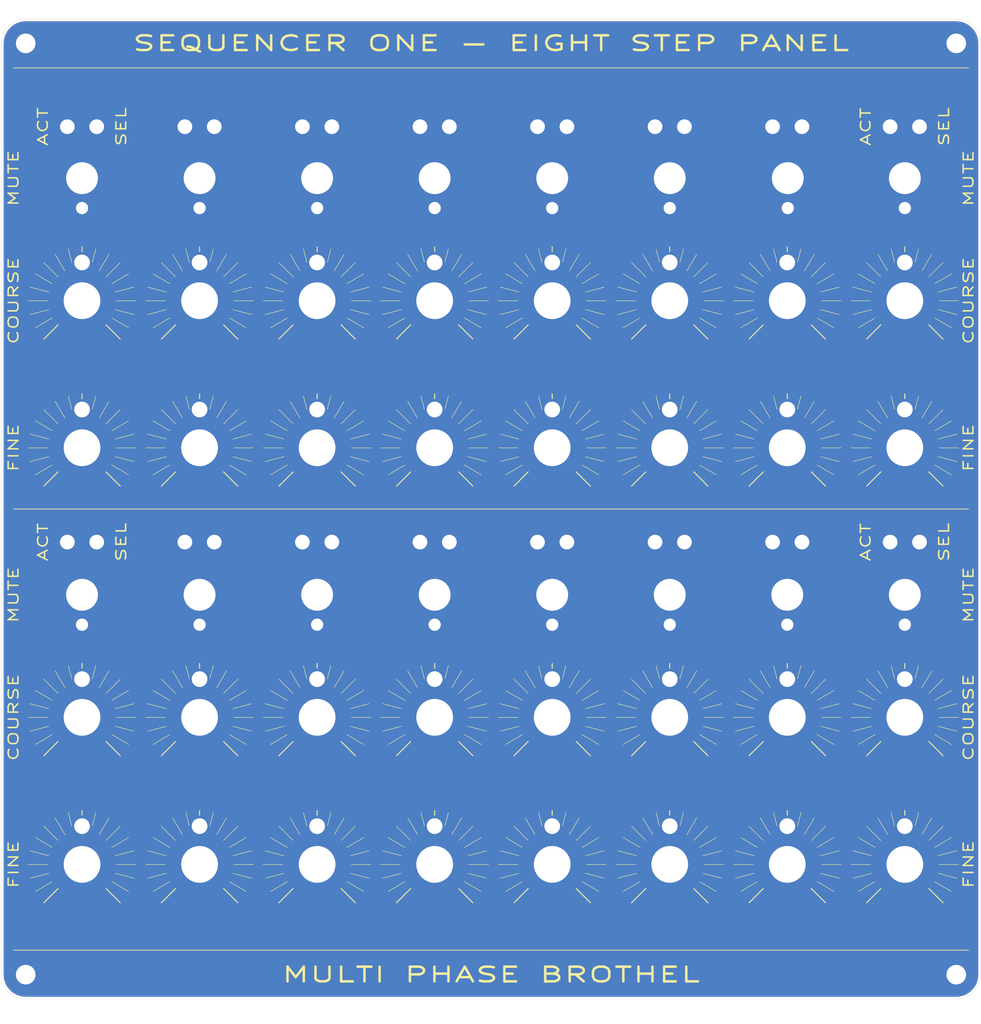
<source format=kicad_pcb>
(kicad_pcb (version 20211014) (generator pcbnew)
  (title_block (title "Sequencer One - Eight Step Panel") (date "2024-01-18") (rev "v1") (company "Multi Phase Brothel"))
  (layers (0 "F.Cu" signal) (31 "B.Cu" signal) (34 "B.Paste" user) (35 "F.Paste" user) (36 "B.SilkS" user "B.Silkscreen") (37 "F.SilkS" user "F.Silkscreen") (38 "B.Mask" user) (39 "F.Mask" user) (44 "Edge.Cuts" user))
  (net 0 "")
  (net 1 "GND")
  (footprint "kosmo-panel:3mm LED Bare Hole" (layer "F.Cu") (at 175.5 57)
    (fp_text reference "REF**")
    (fp_text value "3mm LED Bare Hole")
    (pad "" thru_hole circle (at 0 0) (size 4 4) (drill 3) (layers *.Cu *.Mask) (net 1 "GND"))
  )
  (footprint "kosmo-panel:Miniature Toggle Switch" (layer "F.Cu") (at 76.5 152.5)
    (fp_text reference "REF**")
    (fp_text value "Miniature Toggle Switch")
    (pad "" thru_hole circle (at 0 0) (size 10.5 10.5) (drill 6.5) (layers *.Cu *.Mask) (net 1 "GND"))
    (pad "" thru_hole circle (at 0 6.1) (size 4 4) (drill 2.5) (layers *.Cu *.Mask) (net 1 "GND"))
  )
  (footprint "kosmo-panel:3mm LED Bare Hole" (layer "F.Cu") (at 121.5 141.75)
    (fp_text reference "REF**")
    (fp_text value "3mm LED Bare Hole")
    (pad "" thru_hole circle (at 0 0) (size 4 4) (drill 3) (layers *.Cu *.Mask) (net 1 "GND"))
  )
  (footprint "kosmo-panel:3mm LED Bare Hole" (layer "F.Cu") (at 127.5 57)
    (fp_text reference "REF**")
    (fp_text value "3mm LED Bare Hole")
    (pad "" thru_hole circle (at 0 0) (size 4 4) (drill 3) (layers *.Cu *.Mask) (net 1 "GND"))
  )
  (footprint "kosmo-panel:Miniature Toggle Switch" (layer "F.Cu") (at 244.5 67.5)
    (fp_text reference "REF**")
    (fp_text value "Miniature Toggle Switch")
    (pad "" thru_hole circle (at 0 0) (size 10.5 10.5) (drill 6.5) (layers *.Cu *.Mask) (net 1 "GND"))
    (pad "" thru_hole circle (at 0 6.1) (size 4 4) (drill 2.5) (layers *.Cu *.Mask) (net 1 "GND"))
  )
  (footprint "kosmo-panel:Potentiometer P160KN Vertical" (layer "F.Cu") (at 196.5 122.5)
    (fp_text reference "REF**")
    (fp_text value "Potentiometer P160KN Vertical")
    (pad "" thru_hole circle (at 0 -7.8) (size 4 4) (drill 3.2) (layers *.Cu *.Mask) (net 1 "GND"))
    (pad "" thru_hole circle (at 0 0) (size 12 12) (drill 7.5) (layers *.Cu *.Mask) (net 1 "GND"))
  )
  (footprint "kosmo-panel:Potentiometer P160KN Vertical" (layer "F.Cu") (at 220.5 207.5)
    (fp_text reference "REF**")
    (fp_text value "Potentiometer P160KN Vertical")
    (pad "" thru_hole circle (at 0 0) (size 12 12) (drill 7.5) (layers *.Cu *.Mask) (net 1 "GND"))
    (pad "" thru_hole circle (at 0 -7.8) (size 4 4) (drill 3.2) (layers *.Cu *.Mask) (net 1 "GND"))
  )
  (footprint "kosmo-panel:Potentiometer P160KN Vertical" (layer "F.Cu") (at 100.5 122.5)
    (fp_text reference "REF**")
    (fp_text value "Potentiometer P160KN Vertical")
    (pad "" thru_hole circle (at 0 -7.8) (size 4 4) (drill 3.2) (layers *.Cu *.Mask) (net 1 "GND"))
    (pad "" thru_hole circle (at 0 0) (size 12 12) (drill 7.5) (layers *.Cu *.Mask) (net 1 "GND"))
  )
  (footprint "kosmo-panel:3mm LED Bare Hole" (layer "F.Cu") (at 103.5 141.75)
    (fp_text reference "REF**")
    (fp_text value "3mm LED Bare Hole")
    (pad "" thru_hole circle (at 0 0) (size 4 4) (drill 3) (layers *.Cu *.Mask) (net 1 "GND"))
  )
  (footprint "kosmo-panel:Miniature Toggle Switch" (layer "F.Cu") (at 196.5 152.5)
    (fp_text reference "REF**")
    (fp_text value "Miniature Toggle Switch")
    (pad "" thru_hole circle (at 0 6.1) (size 4 4) (drill 2.5) (layers *.Cu *.Mask) (net 1 "GND"))
    (pad "" thru_hole circle (at 0 0) (size 10.5 10.5) (drill 6.5) (layers *.Cu *.Mask) (net 1 "GND"))
  )
  (footprint "kosmo-panel:3mm LED Bare Hole" (layer "F.Cu") (at 199.5 141.75)
    (fp_text reference "REF**")
    (fp_text value "3mm LED Bare Hole")
    (pad "" thru_hole circle (at 0 0) (size 4 4) (drill 3) (layers *.Cu *.Mask) (net 1 "GND"))
  )
  (footprint "kosmo-panel:Potentiometer P160KN Vertical" (layer "F.Cu") (at 76.5 207.5)
    (fp_text reference "REF**")
    (fp_text value "Potentiometer P160KN Vertical")
    (pad "" thru_hole circle (at 0 -7.8) (size 4 4) (drill 3.2) (layers *.Cu *.Mask) (net 1 "GND"))
    (pad "" thru_hole circle (at 0 0) (size 12 12) (drill 7.5) (layers *.Cu *.Mask) (net 1 "GND"))
  )
  (footprint "kosmo-panel:Potentiometer P160KN Vertical" (layer "F.Cu") (at 124.5 177.5)
    (fp_text reference "REF**")
    (fp_text value "Potentiometer P160KN Vertical")
    (pad "" thru_hole circle (at 0 -7.8) (size 4 4) (drill 3.2) (layers *.Cu *.Mask) (net 1 "GND"))
    (pad "" thru_hole circle (at 0 0) (size 12 12) (drill 7.5) (layers *.Cu *.Mask) (net 1 "GND"))
  )
  (footprint "kosmo-panel:Potentiometer P160KN Vertical" (layer "F.Cu") (at 148.5 207.5)
    (fp_text reference "REF**")
    (fp_text value "Potentiometer P160KN Vertical")
    (pad "" thru_hole circle (at 0 0) (size 12 12) (drill 7.5) (layers *.Cu *.Mask) (net 1 "GND"))
    (pad "" thru_hole circle (at 0 -7.8) (size 4 4) (drill 3.2) (layers *.Cu *.Mask) (net 1 "GND"))
  )
  (footprint "kosmo-panel:Potentiometer P160KN Vertical" (layer "F.Cu") (at 244.5 92.5)
    (fp_text reference "REF**")
    (fp_text value "Potentiometer P160KN Vertical")
    (pad "" thru_hole circle (at 0 -7.8) (size 4 4) (drill 3.2) (layers *.Cu *.Mask) (net 1 "GND"))
    (pad "" thru_hole circle (at 0 0) (size 12 12) (drill 7.5) (layers *.Cu *.Mask) (net 1 "GND"))
  )
  (footprint "kosmo-panel:Miniature Toggle Switch" (layer "F.Cu") (at 148.5 67.5)
    (fp_text reference "REF**")
    (fp_text value "Miniature Toggle Switch")
    (pad "" thru_hole circle (at 0 0) (size 10.5 10.5) (drill 6.5) (layers *.Cu *.Mask) (net 1 "GND"))
    (pad "" thru_hole circle (at 0 6.1) (size 4 4) (drill 2.5) (layers *.Cu *.Mask) (net 1 "GND"))
  )
  (footprint "kosmo-panel:Potentiometer P160KN Vertical" (layer "F.Cu") (at 220.5 122.5)
    (fp_text reference "REF**")
    (fp_text value "Potentiometer P160KN Vertical")
    (pad "" thru_hole circle (at 0 0) (size 12 12) (drill 7.5) (layers *.Cu *.Mask) (net 1 "GND"))
    (pad "" thru_hole circle (at 0 -7.8) (size 4 4) (drill 3.2) (layers *.Cu *.Mask) (net 1 "GND"))
  )
  (footprint "kosmo-panel:Potentiometer P160KN Vertical" (layer "F.Cu") (at 76.5 92.5)
    (fp_text reference "REF**")
    (fp_text value "Potentiometer P160KN Vertical")
    (pad "" thru_hole circle (at 0 0) (size 12 12) (drill 7.5) (layers *.Cu *.Mask) (net 1 "GND"))
    (pad "" thru_hole circle (at 0 -7.8) (size 4 4) (drill 3.2) (layers *.Cu *.Mask) (net 1 "GND"))
  )
  (footprint "kosmo-panel:3mm LED Bare Hole" (layer "F.Cu") (at 241.5 141.75)
    (fp_text reference "REF**")
    (fp_text value "3mm LED Bare Hole")
    (pad "" thru_hole circle (at 0 0) (size 4 4) (drill 3) (layers *.Cu *.Mask) (net 1 "GND"))
  )
  (footprint "kosmo-panel:Miniature Toggle Switch" (layer "F.Cu") (at 100.5 67.5)
    (fp_text reference "REF**")
    (fp_text value "Miniature Toggle Switch")
    (pad "" thru_hole circle (at 0 6.1) (size 4 4) (drill 2.5) (layers *.Cu *.Mask) (net 1 "GND"))
    (pad "" thru_hole circle (at 0 0) (size 10.5 10.5) (drill 6.5) (layers *.Cu *.Mask) (net 1 "GND"))
  )
  (footprint "kosmo-panel:3mm LED Bare Hole" (layer "F.Cu") (at 151.5 141.75)
    (fp_text reference "REF**")
    (fp_text value "3mm LED Bare Hole")
    (pad "" thru_hole circle (at 0 0) (size 4 4) (drill 3) (layers *.Cu *.Mask) (net 1 "GND"))
  )
  (footprint "kosmo-panel:3mm LED Bare Hole" (layer "F.Cu") (at 151.5 57)
    (fp_text reference "REF**")
    (fp_text value "3mm LED Bare Hole")
    (pad "" thru_hole circle (at 0 0) (size 4 4) (drill 3) (layers *.Cu *.Mask) (net 1 "GND"))
  )
  (footprint "kosmo-panel:3mm LED Bare Hole" (layer "F.Cu") (at 169.5 57)
    (fp_text reference "REF**")
    (fp_text value "3mm LED Bare Hole")
    (pad "" thru_hole circle (at 0 0) (size 4 4) (drill 3) (layers *.Cu *.Mask) (net 1 "GND"))
  )
  (footprint "kosmo-panel:3mm LED Bare Hole" (layer "F.Cu") (at 223.5 141.75)
    (fp_text reference "REF**")
    (fp_text value "3mm LED Bare Hole")
    (pad "" thru_hole circle (at 0 0) (size 4 4) (drill 3) (layers *.Cu *.Mask) (net 1 "GND"))
  )
  (footprint "kosmo-panel:3mm LED Bare Hole" (layer "F.Cu") (at 199.5 57)
    (fp_text reference "REF**")
    (fp_text value "3mm LED Bare Hole")
    (pad "" thru_hole circle (at 0 0) (size 4 4) (drill 3) (layers *.Cu *.Mask) (net 1 "GND"))
  )
  (footprint "kosmo-panel:Potentiometer P160KN Vertical" (layer "F.Cu") (at 172.5 177.5)
    (fp_text reference "REF**")
    (fp_text value "Potentiometer P160KN Vertical")
    (pad "" thru_hole circle (at 0 0) (size 12 12) (drill 7.5) (layers *.Cu *.Mask) (net 1 "GND"))
    (pad "" thru_hole circle (at 0 -7.8) (size 4 4) (drill 3.2) (layers *.Cu *.Mask) (net 1 "GND"))
  )
  (footprint "kosmo-panel:3mm LED Bare Hole" (layer "F.Cu") (at 193.5 141.75)
    (fp_text reference "REF**")
    (fp_text value "3mm LED Bare Hole")
    (pad "" thru_hole circle (at 0 0) (size 4 4) (drill 3) (layers *.Cu *.Mask) (net 1 "GND"))
  )
  (footprint "kosmo-panel:3mm LED Bare Hole" (layer "F.Cu") (at 97.5 57)
    (fp_text reference "REF**")
    (fp_text value "3mm LED Bare Hole")
    (pad "" thru_hole circle (at 0 0) (size 4 4) (drill 3) (layers *.Cu *.Mask) (net 1 "GND"))
  )
  (footprint "kosmo-panel:3mm LED Bare Hole" (layer "F.Cu") (at 169.5 141.75)
    (fp_text reference "REF**")
    (fp_text value "3mm LED Bare Hole")
    (pad "" thru_hole circle (at 0 0) (size 4 4) (drill 3) (layers *.Cu *.Mask) (net 1 "GND"))
  )
  (footprint "kosmo-panel:Potentiometer P160KN Vertical" (layer "F.Cu") (at 172.5 207.5)
    (fp_text reference "REF**")
    (fp_text value "Potentiometer P160KN Vertical")
    (pad "" thru_hole circle (at 0 0) (size 12 12) (drill 7.5) (layers *.Cu *.Mask) (net 1 "GND"))
    (pad "" thru_hole circle (at 0 -7.8) (size 4 4) (drill 3.2) (layers *.Cu *.Mask) (net 1 "GND"))
  )
  (footprint "kosmo-panel:Miniature Toggle Switch" (layer "F.Cu") (at 76.5 67.5)
    (fp_text reference "REF**")
    (fp_text value "Miniature Toggle Switch")
    (pad "" thru_hole circle (at 0 0) (size 10.5 10.5) (drill 6.5) (layers *.Cu *.Mask) (net 1 "GND"))
    (pad "" thru_hole circle (at 0 6.1) (size 4 4) (drill 2.5) (layers *.Cu *.Mask) (net 1 "GND"))
  )
  (footprint "kosmo-panel:Miniature Toggle Switch" (layer "F.Cu") (at 220.5 152.5)
    (fp_text reference "REF**")
    (fp_text value "Miniature Toggle Switch")
    (pad "" thru_hole circle (at 0 0) (size 10.5 10.5) (drill 6.5) (layers *.Cu *.Mask) (net 1 "GND"))
    (pad "" thru_hole circle (at 0 6.1) (size 4 4) (drill 2.5) (layers *.Cu *.Mask) (net 1 "GND"))
  )
  (footprint "kosmo-panel:Potentiometer P160KN Vertical" (layer "F.Cu") (at 124.5 207.5)
    (fp_text reference "REF**")
    (fp_text value "Potentiometer P160KN Vertical")
    (pad "" thru_hole circle (at 0 0) (size 12 12) (drill 7.5) (layers *.Cu *.Mask) (net 1 "GND"))
    (pad "" thru_hole circle (at 0 -7.8) (size 4 4) (drill 3.2) (layers *.Cu *.Mask) (net 1 "GND"))
  )
  (footprint "kosmo-panel:Potentiometer P160KN Vertical" (layer "F.Cu") (at 124.5 92.5)
    (fp_text reference "REF**")
    (fp_text value "Potentiometer P160KN Vertical")
    (pad "" thru_hole circle (at 0 -7.8) (size 4 4) (drill 3.2) (layers *.Cu *.Mask) (net 1 "GND"))
    (pad "" thru_hole circle (at 0 0) (size 12 12) (drill 7.5) (layers *.Cu *.Mask) (net 1 "GND"))
  )
  (footprint "kosmo-panel:3mm LED Bare Hole" (layer "F.Cu") (at 175.5 141.75)
    (fp_text reference "REF**")
    (fp_text value "3mm LED Bare Hole")
    (pad "" thru_hole circle (at 0 0) (size 4 4) (drill 3) (layers *.Cu *.Mask) (net 1 "GND"))
  )
  (footprint "kosmo-panel:3mm LED Bare Hole" (layer "F.Cu") (at 223.5 57)
    (fp_text reference "REF**")
    (fp_text value "3mm LED Bare Hole")
    (pad "" thru_hole circle (at 0 0) (size 4 4) (drill 3) (layers *.Cu *.Mask) (net 1 "GND"))
  )
  (footprint "kosmo-panel:Potentiometer P160KN Vertical" (layer "F.Cu") (at 76.5 122.5)
    (fp_text reference "REF**")
    (fp_text value "Potentiometer P160KN Vertical")
    (pad "" thru_hole circle (at 0 0) (size 12 12) (drill 7.5) (layers *.Cu *.Mask) (net 1 "GND"))
    (pad "" thru_hole circle (at 0 -7.8) (size 4 4) (drill 3.2) (layers *.Cu *.Mask) (net 1 "GND"))
  )
  (footprint "kosmo-panel:Potentiometer P160KN Vertical" (layer "F.Cu") (at 244.5 122.5)
    (fp_text reference "REF**")
    (fp_text value "Potentiometer P160KN Vertical")
    (pad "" thru_hole circle (at 0 -7.8) (size 4 4) (drill 3.2) (layers *.Cu *.Mask) (net 1 "GND"))
    (pad "" thru_hole circle (at 0 0) (size 12 12) (drill 7.5) (layers *.Cu *.Mask) (net 1 "GND"))
  )
  (footprint "kosmo-panel:Miniature Toggle Switch" (layer "F.Cu") (at 124.5 152.5)
    (fp_text reference "REF**")
    (fp_text value "Miniature Toggle Switch")
    (pad "" thru_hole circle (at 0 6.1) (size 4 4) (drill 2.5) (layers *.Cu *.Mask) (net 1 "GND"))
    (pad "" thru_hole circle (at 0 0) (size 10.5 10.5) (drill 6.5) (layers *.Cu *.Mask) (net 1 "GND"))
  )
  (footprint "kosmo-panel:3mm LED Bare Hole" (layer "F.Cu") (at 103.5 57)
    (fp_text reference "REF**")
    (fp_text value "3mm LED Bare Hole")
    (pad "" thru_hole circle (at 0 0) (size 4 4) (drill 3) (layers *.Cu *.Mask) (net 1 "GND"))
  )
  (footprint "kosmo-panel:Potentiometer P160KN Vertical" (layer "F.Cu") (at 244.5 177.5)
    (fp_text reference "REF**")
    (fp_text value "Potentiometer P160KN Vertical")
    (pad "" thru_hole circle (at 0 0) (size 12 12) (drill 7.5) (layers *.Cu *.Mask) (net 1 "GND"))
    (pad "" thru_hole circle (at 0 -7.8) (size 4 4) (drill 3.2) (layers *.Cu *.Mask) (net 1 "GND"))
  )
  (footprint "kosmo-panel:Potentiometer P160KN Vertical" (layer "F.Cu") (at 100.5 92.5)
    (fp_text reference "REF**")
    (fp_text value "Potentiometer P160KN Vertical")
    (pad "" thru_hole circle (at 0 0) (size 12 12) (drill 7.5) (layers *.Cu *.Mask) (net 1 "GND"))
    (pad "" thru_hole circle (at 0 -7.8) (size 4 4) (drill 3.2) (layers *.Cu *.Mask) (net 1 "GND"))
  )
  (footprint "kosmo-panel:Potentiometer P160KN Vertical" (layer "F.Cu") (at 244.5 207.5)
    (fp_text reference "REF**")
    (fp_text value "Potentiometer P160KN Vertical")
    (pad "" thru_hole circle (at 0 -7.8) (size 4 4) (drill 3.2) (layers *.Cu *.Mask) (net 1 "GND"))
    (pad "" thru_hole circle (at 0 0) (size 12 12) (drill 7.5) (layers *.Cu *.Mask) (net 1 "GND"))
  )
  (footprint "kosmo-panel:Potentiometer P160KN Vertical" (layer "F.Cu") (at 76.5 177.5)
    (fp_text reference "REF**")
    (fp_text value "Potentiometer P160KN Vertical")
    (pad "" thru_hole circle (at 0 -7.8) (size 4 4) (drill 3.2) (layers *.Cu *.Mask) (net 1 "GND"))
    (pad "" thru_hole circle (at 0 0) (size 12 12) (drill 7.5) (layers *.Cu *.Mask) (net 1 "GND"))
  )
  (footprint "kosmo-panel:3mm LED Bare Hole" (layer "F.Cu") (at 217.5 141.75)
    (fp_text reference "REF**")
    (fp_text value "3mm LED Bare Hole")
    (pad "" thru_hole circle (at 0 0) (size 4 4) (drill 3) (layers *.Cu *.Mask) (net 1 "GND"))
  )
  (footprint "kosmo-panel:Miniature Toggle Switch" (layer "F.Cu") (at 100.5 152.5)
    (fp_text reference "REF**")
    (fp_text value "Miniature Toggle Switch")
    (pad "" thru_hole circle (at 0 0) (size 10.5 10.5) (drill 6.5) (layers *.Cu *.Mask) (net 1 "GND"))
    (pad "" thru_hole circle (at 0 6.1) (size 4 4) (drill 2.5) (layers *.Cu *.Mask) (net 1 "GND"))
  )
  (footprint "kosmo-panel:Miniature Toggle Switch" (layer "F.Cu") (at 244.5 152.5)
    (fp_text reference "REF**")
    (fp_text value "Miniature Toggle Switch")
    (pad "" thru_hole circle (at 0 0) (size 10.5 10.5) (drill 6.5) (layers *.Cu *.Mask) (net 1 "GND"))
    (pad "" thru_hole circle (at 0 6.1) (size 4 4) (drill 2.5) (layers *.Cu *.Mask) (net 1 "GND"))
  )
  (footprint "kosmo-panel:3mm LED Bare Hole" (layer "F.Cu") (at 121.5 57)
    (fp_text reference "REF**")
    (fp_text value "3mm LED Bare Hole")
    (pad "" thru_hole circle (at 0 0) (size 4 4) (drill 3) (layers *.Cu *.Mask) (net 1 "GND"))
  )
  (footprint "kosmo-panel:3mm LED Bare Hole" (layer "F.Cu") (at 247.5 57)
    (fp_text reference "REF**")
    (fp_text value "3mm LED Bare Hole")
    (pad "" thru_hole circle (at 0 0) (size 4 4) (drill 3) (layers *.Cu *.Mask) (net 1 "GND"))
  )
  (footprint "kosmo-panel:Potentiometer P160KN Vertical" (layer "F.Cu") (at 196.5 92.5)
    (fp_text reference "REF**")
    (fp_text value "Potentiometer P160KN Vertical")
    (pad "" thru_hole circle (at 0 -7.8) (size 4 4) (drill 3.2) (layers *.Cu *.Mask) (net 1 "GND"))
    (pad "" thru_hole circle (at 0 0) (size 12 12) (drill 7.5) (layers *.Cu *.Mask) (net 1 "GND"))
  )
  (footprint "kosmo-panel:3mm LED Bare Hole" (layer "F.Cu") (at 79.5 57)
    (fp_text reference "REF**")
    (fp_text value "3mm LED Bare Hole")
    (pad "" thru_hole circle (at 0 0) (size 4 4) (drill 3) (layers *.Cu *.Mask) (net 1 "GND"))
  )
  (footprint "kosmo-panel:Potentiometer P160KN Vertical" (layer "F.Cu") (at 196.5 177.5)
    (fp_text reference "REF**")
    (fp_text value "Potentiometer P160KN Vertical")
    (pad "" thru_hole circle (at 0 -7.8) (size 4 4) (drill 3.2) (layers *.Cu *.Mask) (net 1 "GND"))
    (pad "" thru_hole circle (at 0 0) (size 12 12) (drill 7.5) (layers *.Cu *.Mask) (net 1 "GND"))
  )
  (footprint "kosmo-panel:Potentiometer P160KN Vertical" (layer "F.Cu") (at 196.5 207.5)
    (fp_text reference "REF**")
    (fp_text value "Potentiometer P160KN Vertical")
    (pad "" thru_hole circle (at 0 -7.8) (size 4 4) (drill 3.2) (layers *.Cu *.Mask) (net 1 "GND"))
    (pad "" thru_hole circle (at 0 0) (size 12 12) (drill 7.5) (layers *.Cu *.Mask) (net 1 "GND"))
  )
  (footprint "kosmo-panel:Miniature Toggle Switch" (layer "F.Cu") (at 124.5 67.5)
    (fp_text reference "REF**")
    (fp_text value "Miniature Toggle Switch")
    (pad "" thru_hole circle (at 0 6.1) (size 4 4) (drill 2.5) (layers *.Cu *.Mask) (net 1 "GND"))
    (pad "" thru_hole circle (at 0 0) (size 10.5 10.5) (drill 6.5) (layers *.Cu *.Mask) (net 1 "GND"))
  )
  (footprint "kosmo-panel:Potentiometer P160KN Vertical" (layer "F.Cu") (at 172.5 92.5)
    (fp_text reference "REF**")
    (fp_text value "Potentiometer P160KN Vertical")
    (pad "" thru_hole circle (at 0 0) (size 12 12) (drill 7.5) (layers *.Cu *.Mask) (net 1 "GND"))
    (pad "" thru_hole circle (at 0 -7.8) (size 4 4) (drill 3.2) (layers *.Cu *.Mask) (net 1 "GND"))
  )
  (footprint "kosmo-panel:Potentiometer P160KN Vertical" (layer "F.Cu") (at 172.5 122.5)
    (fp_text reference "REF**")
    (fp_text value "Potentiometer P160KN Vertical")
    (pad "" thru_hole circle (at 0 0) (size 12 12) (drill 7.5) (layers *.Cu *.Mask) (net 1 "GND"))
    (pad "" thru_hole circle (at 0 -7.8) (size 4 4) (drill 3.2) (layers *.Cu *.Mask) (net 1 "GND"))
  )
  (footprint "kosmo-panel:3mm LED Bare Hole" (layer "F.Cu") (at 217.5 57)
    (fp_text reference "REF**")
    (fp_text value "3mm LED Bare Hole")
    (pad "" thru_hole circle (at 0 0) (size 4 4) (drill 3) (layers *.Cu *.Mask) (net 1 "GND"))
  )
  (footprint "kosmo-panel:Miniature Toggle Switch" (layer "F.Cu") (at 172.5 152.5)
    (fp_text reference "REF**")
    (fp_text value "Miniature Toggle Switch")
    (pad "" thru_hole circle (at 0 0) (size 10.5 10.5) (drill 6.5) (layers *.Cu *.Mask) (net 1 "GND"))
    (pad "" thru_hole circle (at 0 6.1) (size 4 4) (drill 2.5) (layers *.Cu *.Mask) (net 1 "GND"))
  )
  (footprint "kosmo-panel:3mm LED Bare Hole" (layer "F.Cu") (at 145.5 141.75)
    (fp_text reference "REF**")
    (fp_text value "3mm LED Bare Hole")
    (pad "" thru_hole circle (at 0 0) (size 4 4) (drill 3) (layers *.Cu *.Mask) (net 1 "GND"))
  )
  (footprint "kosmo-panel:Miniature Toggle Switch" (layer "F.Cu") (at 148.5 152.5)
    (fp_text reference "REF**")
    (fp_text value "Miniature Toggle Switch")
    (pad "" thru_hole circle (at 0 6.1) (size 4 4) (drill 2.5) (layers *.Cu *.Mask) (net 1 "GND"))
    (pad "" thru_hole circle (at 0 0) (size 10.5 10.5) (drill 6.5) (layers *.Cu *.Mask) (net 1 "GND"))
  )
  (footprint "kosmo-panel:Potentiometer P160KN Vertical" (layer "F.Cu") (at 148.5 177.5)
    (fp_text reference "REF**")
    (fp_text value "Potentiometer P160KN Vertical")
    (pad "" thru_hole circle (at 0 -7.8) (size 4 4) (drill 3.2) (layers *.Cu *.Mask) (net 1 "GND"))
    (pad "" thru_hole circle (at 0 0) (size 12 12) (drill 7.5) (layers *.Cu *.Mask) (net 1 "GND"))
  )
  (footprint "kosmo-panel:Potentiometer P160KN Vertical" (layer "F.Cu") (at 220.5 177.5)
    (fp_text reference "REF**")
    (fp_text value "Potentiometer P160KN Vertical")
    (pad "" thru_hole circle (at 0 -7.8) (size 4 4) (drill 3.2) (layers *.Cu *.Mask) (net 1 "GND"))
    (pad "" thru_hole circle (at 0 0) (size 12 12) (drill 7.5) (layers *.Cu *.Mask) (net 1 "GND"))
  )
  (footprint "kosmo-panel:Potentiometer P160KN Vertical" (layer "F.Cu") (at 100.5 207.5)
    (fp_text reference "REF**")
    (fp_text value "Potentiometer P160KN Vertical")
    (pad "" thru_hole circle (at 0 0) (size 12 12) (drill 7.5) (layers *.Cu *.Mask) (net 1 "GND"))
    (pad "" thru_hole circle (at 0 -7.8) (size 4 4) (drill 3.2) (layers *.Cu *.Mask) (net 1 "GND"))
  )
  (footprint "kosmo-panel:3mm LED Bare Hole" (layer "F.Cu") (at 193.5 57)
    (fp_text reference "REF**")
    (fp_text value "3mm LED Bare Hole")
    (pad "" thru_hole circle (at 0 0) (size 4 4) (drill 3) (layers *.Cu *.Mask) (net 1 "GND"))
  )
  (footprint "kosmo-panel:3mm LED Bare Hole" (layer "F.Cu") (at 241.5 57)
    (fp_text reference "REF**")
    (fp_text value "3mm LED Bare Hole")
    (pad "" thru_hole circle (at 0 0) (size 4 4) (drill 3) (layers *.Cu *.Mask) (net 1 "GND"))
  )
  (footprint "kosmo-panel:3mm LED Bare Hole" (layer "F.Cu") (at 73.5 141.75)
    (fp_text reference "REF**")
    (fp_text value "3mm LED Bare Hole")
    (pad "" thru_hole circle (at 0 0) (size 4 4) (drill 3) (layers *.Cu *.Mask) (net 1 "GND"))
  )
  (footprint "kosmo-panel:Potentiometer P160KN Vertical" (layer "F.Cu") (at 148.5 122.5)
    (fp_text reference "REF**")
    (fp_text value "Potentiometer P160KN Vertical")
    (pad "" thru_hole circle (at 0 -7.8) (size 4 4) (drill 3.2) (layers *.Cu *.Mask) (net 1 "GND"))
    (pad "" thru_hole circle (at 0 0) (size 12 12) (drill 7.5) (layers *.Cu *.Mask) (net 1 "GND"))
  )
  (footprint "kosmo-panel:KOSMO 20 cm Panel" (layer "F.Cu") (at 60 35)
    (fp_text reference "REF**")
    (fp_text value "KOSMO 20 cm Panel")
    (fp_line (start 200 5) (end 200 195) (layer "Edge.Cuts") (width 0.05))
    (fp_line (start 0 5) (end 0 195) (layer "Edge.Cuts") (width 0.05))
    (fp_line (start 5 200) (end 195 200) (layer "Edge.Cuts") (width 0.05))
    (fp_line (start 5 0) (end 195 0) (layer "Edge.Cuts") (width 0.05))
    (fp_arc (start 200 195) (mid 198.535534 198.535534) (end 195 200) (layer "Edge.Cuts") (width 0.05))
    (fp_arc (start 0 5) (mid 1.464466 1.464466) (end 5 0) (layer "Edge.Cuts") (width 0.05))
    (fp_arc (start 195 0) (mid 198.535534 1.464466) (end 200 5) (layer "Edge.Cuts") (width 0.05))
    (fp_arc (start 5 200) (mid 1.464466 198.535534) (end 0 195) (layer "Edge.Cuts") (width 0.05))
    (pad "" np_thru_hole circle (at 195 5) (size 5 5) (drill 4) (layers F&B.Cu *.Mask) (net 1 "GND"))
    (pad "" np_thru_hole circle (at 195 195) (size 5 5) (drill 4) (layers F&B.Cu *.Mask) (net 1 "GND"))
    (pad "" np_thru_hole circle (at 5 195) (size 5 5) (drill 4) (layers F&B.Cu *.Mask) (net 1 "GND"))
    (pad "" np_thru_hole circle (at 5 5) (size 5 5) (drill 4) (layers F&B.Cu *.Mask) (net 1 "GND"))
  )
  (footprint "kosmo-panel:Miniature Toggle Switch" (layer "F.Cu") (at 196.5 67.5)
    (fp_text reference "REF**")
    (fp_text value "Miniature Toggle Switch")
    (pad "" thru_hole circle (at 0 6.1) (size 4 4) (drill 2.5) (layers *.Cu *.Mask) (net 1 "GND"))
    (pad "" thru_hole circle (at 0 0) (size 10.5 10.5) (drill 6.5) (layers *.Cu *.Mask) (net 1 "GND"))
  )
  (footprint "kosmo-panel:Miniature Toggle Switch" (layer "F.Cu") (at 172.5 67.5)
    (fp_text reference "REF**")
    (fp_text value "Miniature Toggle Switch")
    (pad "" thru_hole circle (at 0 0) (size 10.5 10.5) (drill 6.5) (layers *.Cu *.Mask) (net 1 "GND"))
    (pad "" thru_hole circle (at 0 6.1) (size 4 4) (drill 2.5) (layers *.Cu *.Mask) (net 1 "GND"))
  )
  (footprint "kosmo-panel:3mm LED Bare Hole" (layer "F.Cu") (at 79.5 141.75)
    (fp_text reference "REF**")
    (fp_text value "3mm LED Bare Hole")
    (pad "" thru_hole circle (at 0 0) (size 4 4) (drill 3) (layers *.Cu *.Mask) (net 1 "GND"))
  )
  (footprint "kosmo-panel:Potentiometer P160KN Vertical" (layer "F.Cu") (at 220.5 92.5)
    (fp_text reference "REF**")
    (fp_text value "Potentiometer P160KN Vertical")
    (pad "" thru_hole circle (at 0 0) (size 12 12) (drill 7.5) (layers *.Cu *.Mask) (net 1 "GND"))
    (pad "" thru_hole circle (at 0 -7.8) (size 4 4) (drill 3.2) (layers *.Cu *.Mask) (net 1 "GND"))
  )
  (footprint "kosmo-panel:Miniature Toggle Switch" (layer "F.Cu") (at 220.6 67.5)
    (fp_text reference "REF**")
    (fp_text value "Miniature Toggle Switch")
    (pad "" thru_hole circle (at 0 0) (size 10.5 10.5) (drill 6.5) (layers *.Cu *.Mask) (net 1 "GND"))
    (pad "" thru_hole circle (at 0 6.1) (size 4 4) (drill 2.5) (layers *.Cu *.Mask) (net 1 "GND"))
  )
  (footprint "kosmo-panel:3mm LED Bare Hole" (layer "F.Cu") (at 97.5 141.75)
    (fp_text reference "REF**")
    (fp_text value "3mm LED Bare Hole")
    (pad "" thru_hole circle (at 0 0) (size 4 4) (drill 3) (layers *.Cu *.Mask) (net 1 "GND"))
  )
  (footprint "kosmo-panel:Potentiometer P160KN Vertical" (layer "F.Cu") (at 100.5 177.5)
    (fp_text reference "REF**")
    (fp_text value "Potentiometer P160KN Vertical")
    (pad "" thru_hole circle (at 0 0) (size 12 12) (drill 7.5) (layers *.Cu *.Mask) (net 1 "GND"))
    (pad "" thru_hole circle (at 0 -7.8) (size 4 4) (drill 3.2) (layers *.Cu *.Mask) (net 1 "GND"))
  )
  (footprint "kosmo-panel:3mm LED Bare Hole" (layer "F.Cu") (at 73.5 57)
    (fp_text reference "REF**")
    (fp_text value "3mm LED Bare Hole")
    (pad "" thru_hole circle (at 0 0) (size 4 4) (drill 3) (layers *.Cu *.Mask) (net 1 "GND"))
  )
  (footprint "kosmo-panel:3mm LED Bare Hole" (layer "F.Cu") (at 145.5 57)
    (fp_text reference "REF**")
    (fp_text value "3mm LED Bare Hole")
    (pad "" thru_hole circle (at 0 0) (size 4 4) (drill 3) (layers *.Cu *.Mask) (net 1 "GND"))
  )
  (footprint "kosmo-panel:Potentiometer P160KN Vertical" (layer "F.Cu") (at 124.5 122.5)
    (fp_text reference "REF**")
    (fp_text value "Potentiometer P160KN Vertical")
    (pad "" thru_hole circle (at 0 0) (size 12 12) (drill 7.5) (layers *.Cu *.Mask) (net 1 "GND"))
    (pad "" thru_hole circle (at 0 -7.8) (size 4 4) (drill 3.2) (layers *.Cu *.Mask) (net 1 "GND"))
  )
  (footprint "kosmo-panel:3mm LED Bare Hole" (layer "F.Cu") (at 247.5 141.75)
    (fp_text reference "REF**")
    (fp_text value "3mm LED Bare Hole")
    (pad "" thru_hole circle (at 0 0) (size 4 4) (drill 3) (layers *.Cu *.Mask) (net 1 "GND"))
  )
  (footprint "kosmo-panel:Potentiometer P160KN Vertical" (layer "F.Cu") (at 148.5 92.5)
    (fp_text reference "REF**")
    (fp_text value "Potentiometer P160KN Vertical")
    (pad "" thru_hole circle (at 0 -7.8) (size 4 4) (drill 3.2) (layers *.Cu *.Mask) (net 1 "GND"))
    (pad "" thru_hole circle (at 0 0) (size 12 12) (drill 7.5) (layers *.Cu *.Mask) (net 1 "GND"))
  )
  (footprint "kosmo-panel:3mm LED Bare Hole" (layer "F.Cu") (at 127.5 141.75)
    (fp_text reference "REF**")
    (fp_text value "3mm LED Bare Hole")
    (pad "" thru_hole circle (at 0 0) (size 4 4) (drill 3) (layers *.Cu *.Mask) (net 1 "GND"))
  )
  (gr_line (start 62.5 225) (end 257.5 225) (layer "F.SilkS") (width 0.15))
  (gr_line (start 62.5 135) (end 257.5 135) (layer "F.SilkS") (width 0.15))
  (gr_line (start 62.5 45) (end 257.5 45) (layer "F.SilkS") (width 0.15))
  (gr_text "SEL" (at 84.5 57 90) (layer "F.SilkS") (effects (font (size 2 3) (thickness 0.3))))
  (gr_text "FINE" (at 62.5 207.5 90) (layer "F.SilkS") (effects (font (size 2 3) (thickness 0.3))))
  (gr_text "MUTE" (at 62.5 152.5 90) (layer "F.SilkS") (effects (font (size 2 3) (thickness 0.3))))
  (gr_text "FINE" (at 257.5 122.5 90) (layer "F.SilkS") (effects (font (size 2 3) (thickness 0.3))))
  (gr_text "ACT" (at 68.5 57 90) (layer "F.SilkS") (effects (font (size 2 3) (thickness 0.3))))
  (gr_text "SEL" (at 252.5 57 90) (layer "F.SilkS") (effects (font (size 2 3) (thickness 0.3))))
  (gr_text "COURSE" (at 257.5 92.5 90) (layer "F.SilkS") (effects (font (size 2 3) (thickness 0.3))))
  (gr_text "SEL" (at 252.5 141.75 90) (layer "F.SilkS") (effects (font (size 2 3) (thickness 0.3))))
  (gr_text "FINE" (at 257.5 207.5 90) (layer "F.SilkS") (effects (font (size 2 3) (thickness 0.3))))
  (gr_text "FINE" (at 62.5 122.5 90) (layer "F.SilkS") (effects (font (size 2 3) (thickness 0.3))))
  (gr_text "ACT" (at 68.5 141.75 90) (layer "F.SilkS") (effects (font (size 2 3) (thickness 0.3))))
  (gr_text "MUTE" (at 257.5 67.5 90) (layer "F.SilkS") (effects (font (size 2 3) (thickness 0.3))))
  (gr_text "MUTE" (at 257.5 152.5 90) (layer "F.SilkS") (effects (font (size 2 3) (thickness 0.3))))
  (gr_text "MUTE" (at 62.5 67.5 90) (layer "F.SilkS") (effects (font (size 2 3) (thickness 0.3))))
  (gr_text "SEQUENCER ONE - EIGHT STEP PANEL" (at 160 40) (layer "F.SilkS") (effects (font (size 3 5) (thickness 0.5))))
  (gr_text "COURSE" (at 62.5 92.5 90) (layer "F.SilkS") (effects (font (size 2 3) (thickness 0.3))))
  (gr_text "ACT" (at 236.5 57 90) (layer "F.SilkS") (effects (font (size 2 3) (thickness 0.3))))
  (gr_text "COURSE" (at 62.5 177.5 90) (layer "F.SilkS") (effects (font (size 2 3) (thickness 0.3))))
  (gr_text "SEL" (at 84.5 141.75 90) (layer "F.SilkS") (effects (font (size 2 3) (thickness 0.3))))
  (gr_text "ACT" (at 236.5 141.75 90) (layer "F.SilkS") (effects (font (size 2 3) (thickness 0.3))))
  (gr_text "MULTI PHASE BROTHEL" (at 160 230) (layer "F.SilkS") (effects (font (size 3 5) (thickness 0.5))))
  (gr_text "COURSE" (at 257.5 177.5 90) (layer "F.SilkS") (effects (font (size 2 3) (thickness 0.3))))
  (zone (net 1) (net_name "GND") (layers F&B.Cu) (connect_pads yes (clearance 0.508)) (min_thickness 0.254) (fill yes (thermal_gap 0.508) (thermal_bridge_width 0.508))
    (polygon (pts (xy 260 235) (xy 60 235) (xy 60 35) (xy 260 35)))
  )
)
</source>
